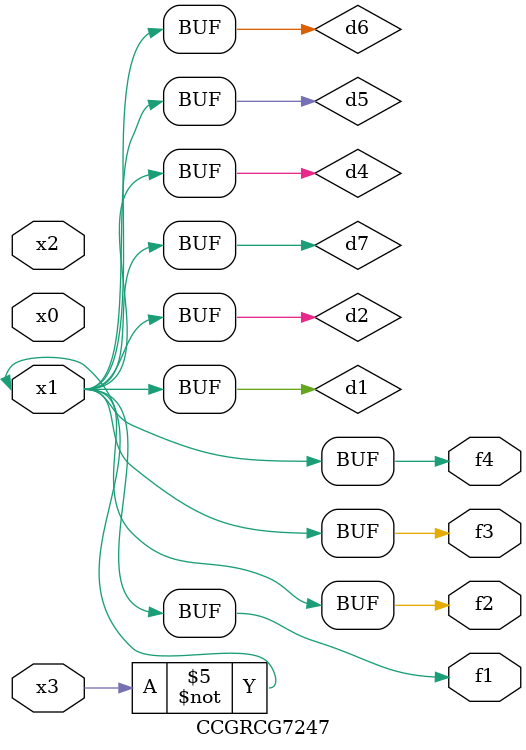
<source format=v>
module CCGRCG7247(
	input x0, x1, x2, x3,
	output f1, f2, f3, f4
);

	wire d1, d2, d3, d4, d5, d6, d7;

	not (d1, x3);
	buf (d2, x1);
	xnor (d3, d1, d2);
	nor (d4, d1);
	buf (d5, d1, d2);
	buf (d6, d4, d5);
	nand (d7, d4);
	assign f1 = d6;
	assign f2 = d7;
	assign f3 = d6;
	assign f4 = d6;
endmodule

</source>
